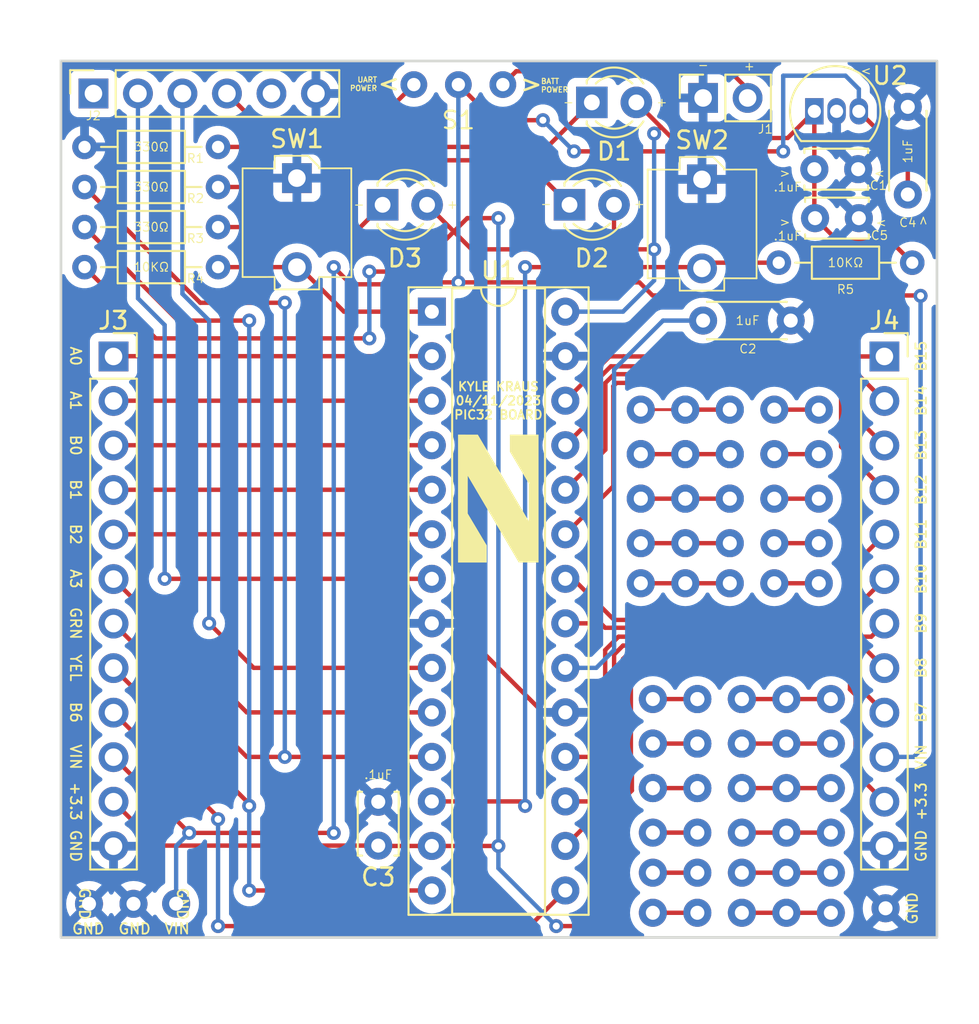
<source format=kicad_pcb>
(kicad_pcb (version 20221018) (generator pcbnew)
  (layers (0 "F.Cu" signal) (31 "B.Cu" signal) (34 "B.Paste" user) (35 "F.Paste" user) (36 "B.SilkS" user "B.Silkscreen") (37 "F.SilkS" user "F.Silkscreen") (38 "B.Mask" user) (39 "F.Mask" user) (44 "Edge.Cuts" user))
  (net 0 "")
  (net 1 "+3.3V")
  (net 2 "GND")
  (net 3 "Net-(U1-VCAP)")
  (net 4 "Net-(D1-K)")
  (net 5 "Net-(D2-K)")
  (net 6 "Net-(D3-K)")
  (net 7 "Net-(J1-Pin_2)")
  (net 9 "/U1TX")
  (net 10 "/U1RX")
  (net 11 "+5V")
  (net 13 "/A0")
  (net 14 "/A1")
  (net 15 "/B0")
  (net 16 "/B1")
  (net 17 "/B2")
  (net 18 "/A3")
  (net 19 "/GREEN")
  (net 20 "/YELLOW")
  (net 21 "/B6")
  (net 22 "/VIN")
  (net 23 "/B9")
  (net 24 "/B8")
  (net 25 "/B7")
  (net 26 "/MCLR")
  (net 27 "/USER")
  (net 28 "/B10")
  (net 29 "/B11")
  (net 30 "/B12")
  (net 31 "/B13")
  (net 32 "/B14")
  (net 33 "/B15")
  (footprint "" (layer "F.Cu") (at 135.636 122.428)
    (fp_text reference "")
    (fp_text value "")
  )
  (footprint "LOGO" (layer "F.Cu") (at 124.968 124.968)
    (fp_text reference "G***" hide)
    (fp_text value "LOGO" hide)
  )
  (footprint "Connector_PinSocket_2.54mm:PinSocket_1x06_P2.54mm_Vertical" (layer "F.Cu") (at 101.854 101.854 90)
    (fp_text reference "J2")
    (fp_text value "CP2102")
  )
  (footprint "Resistor_THT:R_Axial_DIN0204_L3.6mm_D1.6mm_P7.62mm_Horizontal" (layer "F.Cu") (at 108.966 109.474 180)
    (fp_text reference "R3")
    (fp_text value "330")
  )
  (footprint "" (layer "F.Cu") (at 143.944675 141.480189)
    (fp_text reference "")
    (fp_text value "")
  )
  (footprint "" (layer "F.Cu") (at 143.944675 146.306189)
    (fp_text reference "")
    (fp_text value "")
  )
  (footprint "" (layer "F.Cu") (at 143.944675 148.592189)
    (fp_text reference "")
    (fp_text value "")
  )
  (footprint "Resistor_THT:R_Axial_DIN0204_L3.6mm_D1.6mm_P7.62mm_Horizontal" (layer "F.Cu") (at 108.966 104.902 180)
    (fp_text reference "R1")
    (fp_text value "330")
  )
  (footprint "" (layer "F.Cu") (at 133.784675 144.020189)
    (fp_text reference "")
    (fp_text value "")
  )
  (footprint "" (layer "F.Cu") (at 104.14 148.082)
    (fp_text reference "")
    (fp_text value "")
  )
  (footprint "Capacitor_THT:C_Disc_D3.4mm_W2.1mm_P2.50mm" (layer "F.Cu") (at 143.042 108.966)
    (fp_text reference "C5")
    (fp_text value "0.1uF")
  )
  (footprint "" (layer "F.Cu") (at 135.636 129.794)
    (fp_text reference "")
    (fp_text value "")
  )
  (footprint "" (layer "F.Cu") (at 138.176 124.968)
    (fp_text reference "")
    (fp_text value "")
  )
  (footprint "Resistor_THT:R_Axial_DIN0204_L3.6mm_D1.6mm_P7.62mm_Horizontal" (layer "F.Cu") (at 148.59 111.506 180)
    (fp_text reference "R5")
    (fp_text value "10k")
  )
  (footprint "" (layer "F.Cu") (at 143.944675 136.400189)
    (fp_text reference "")
    (fp_text value "")
  )
  (footprint "" (layer "F.Cu") (at 138.864675 141.480189)
    (fp_text reference "")
    (fp_text value "")
  )
  (footprint "" (layer "F.Cu") (at 143.944675 138.940189)
    (fp_text reference "")
    (fp_text value "")
  )
  (footprint "Capacitor_THT:C_Disc_D4.3mm_W1.9mm_P5.00mm" (layer "F.Cu") (at 136.652 114.808)
    (fp_text reference "C2")
    (fp_text value "1uF")
  )
  (footprint "" (layer "F.Cu") (at 135.636 119.888)
    (fp_text reference "")
    (fp_text value "")
  )
  (footprint "LED_THT:LED_D3.0mm" (layer "F.Cu") (at 129.027 108.204)
    (fp_text reference "D2")
    (fp_text value "GREEN LED")
  )
  (footprint "Capacitor_THT:C_Disc_D3.4mm_W2.1mm_P2.50mm" (layer "F.Cu") (at 118.11 144.76 90)
    (fp_text reference "C3")
    (fp_text value "0.1uF")
  )
  (footprint "" (layer "F.Cu") (at 133.784675 141.480189 90)
    (fp_text reference "")
    (fp_text value "")
  )
  (footprint "" (layer "F.Cu") (at 141.404675 148.592189)
    (fp_text reference "")
    (fp_text value "")
  )
  (footprint "" (layer "F.Cu") (at 133.096 119.888)
    (fp_text reference "")
    (fp_text value "")
  )
  (footprint "" (layer "F.Cu") (at 133.784675 146.306189)
    (fp_text reference "")
    (fp_text value "")
  )
  (footprint "Package_DIP:DIP-28_W7.62mm_Socket" (layer "F.Cu") (at 121.168 114.3)
    (fp_text reference "U1")
    (fp_text value "~")
  )
  (footprint "" (layer "F.Cu") (at 136.324675 136.400189)
    (fp_text reference "")
    (fp_text value "")
  )
  (footprint "" (layer "F.Cu") (at 140.716 119.888)
    (fp_text reference "")
    (fp_text value "")
  )
  (footprint "" (layer "F.Cu") (at 135.636 124.968)
    (fp_text reference "")
    (fp_text value "")
  )
  (footprint "" (layer "F.Cu") (at 141.404675 146.306189)
    (fp_text reference "")
    (fp_text value "")
  )
  (footprint "" (layer "F.Cu") (at 143.256 122.428)
    (fp_text reference "")
    (fp_text value "")
  )
  (footprint "" (layer "F.Cu") (at 138.176 127.508)
    (fp_text reference "")
    (fp_text value "")
  )
  (footprint "Library:Pushbutton" (layer "F.Cu") (at 113.466463 109.22158)
    (fp_text reference "SW1")
    (fp_text value "~{MCLR}")
  )
  (footprint "" (layer "F.Cu") (at 138.864675 146.306189)
    (fp_text reference "")
    (fp_text value "")
  )
  (footprint "Resistor_THT:R_Axial_DIN0204_L3.6mm_D1.6mm_P7.62mm_Horizontal" (layer "F.Cu") (at 101.346 111.76)
    (fp_text reference "R4")
    (fp_text value "10k")
  )
  (footprint "" (layer "F.Cu") (at 147.066 148.336)
    (fp_text reference "")
    (fp_text value "")
  )
  (footprint "" (layer "F.Cu") (at 138.864675 144.020189)
    (fp_text reference "")
    (fp_text value "")
  )
  (footprint "Capacitor_THT:C_Disc_D4.3mm_W1.9mm_P5.00mm" (layer "F.Cu") (at 148.336 107.616 90)
    (fp_text reference "C4")
    (fp_text value "1uF")
  )
  (footprint "" (layer "F.Cu") (at 106.573865 148.071104)
    (fp_text reference "")
    (fp_text value "")
  )
  (footprint "" (layer "F.Cu") (at 135.636 127.508)
    (fp_text reference "")
    (fp_text value "")
  )
  (footprint "Connector_PinSocket_2.54mm:PinSocket_1x02_P2.54mm_Vertical" (layer "F.Cu") (at 136.652 102.108 90)
    (fp_text reference "J1")
    (fp_text value "BATTERY")
  )
  (footprint "" (layer "F.Cu") (at 138.864675 148.592189)
    (fp_text reference "")
    (fp_text value "")
  )
  (footprint "" (layer "F.Cu") (at 133.096 127.508)
    (fp_text reference "")
    (fp_text value "")
  )
  (footprint "Capacitor_THT:C_Disc_D3.4mm_W2.1mm_P2.50mm" (layer "F.Cu") (at 143.002 106.172)
    (fp_text reference "C1")
    (fp_text value "0.1uF")
  )
  (footprint "LED_THT:LED_D3.0mm" (layer "F.Cu") (at 118.359 108.204)
    (fp_text reference "D3")
    (fp_text value "YELLOW LED")
  )
  (footprint "" (layer "F.Cu") (at 136.324675 144.020189)
    (fp_text reference "")
    (fp_text value "")
  )
  (footprint "" (layer "F.Cu") (at 141.404675 136.400189)
    (fp_text reference "")
    (fp_text value "")
  )
  (footprint "Package_TO_SOT_THT:TO-92L_Inline" (layer "F.Cu") (at 143.002 102.87)
    (fp_text reference "U2")
    (fp_text value "AP7384-33V")
  )
  (footprint "" (layer "F.Cu") (at 143.256 129.794)
    (fp_text reference "")
    (fp_text value "")
  )
  (footprint "" (layer "F.Cu") (at 141.404675 141.480189)
    (fp_text reference "")
    (fp_text value "")
  )
  (footprint "" (layer "F.Cu") (at 141.404675 144.020189)
    (fp_text reference "")
    (fp_text value "")
  )
  (footprint "" (layer "F.Cu") (at 143.256 124.968)
    (fp_text reference "")
    (fp_text value "")
  )
  (footprint "" (layer "F.Cu") (at 138.864675 136.400189)
    (fp_text reference "")
    (fp_text value "")
  )
  (footprint "" (layer "F.Cu") (at 133.096 129.794)
    (fp_text reference "")
    (fp_text value "")
  )
  (footprint "" (layer "F.Cu") (at 143.256 127.508)
    (fp_text reference "")
    (fp_text value "")
  )
  (footprint "Connector_PinSocket_2.54mm:PinSocket_1x12_P2.54mm_Vertical" (layer "F.Cu") (at 147 116.855)
    (fp_text reference "J4")
    (fp_text value "RIGHT")
  )
  (footprint "" (layer "F.Cu") (at 143.256 119.888)
    (fp_text reference "")
    (fp_text value "")
  )
  (footprint "" (layer "F.Cu") (at 138.176 122.428)
    (fp_text reference "")
    (fp_text value "")
  )
  (footprint "" (layer "F.Cu") (at 138.864675 138.940189)
    (fp_text reference "")
    (fp_text value "")
  )
  (footprint "Resistor_THT:R_Axial_DIN0204_L3.6mm_D1.6mm_P7.62mm_Horizontal" (layer "F.Cu") (at 108.966 107.188 180)
    (fp_text reference "R2")
    (fp_text value "330")
  )
  (footprint "Library:slidesw" (layer "F.Cu") (at 122.682 101.346)
    (fp_text reference "S1")
    (fp_text value "SW_slide")
  )
  (footprint "" (layer "F.Cu") (at 136.324675 141.480189)
    (fp_text reference "")
    (fp_text value "")
  )
  (footprint "" (layer "F.Cu") (at 141.404675 138.940189)
    (fp_text reference "")
    (fp_text value "")
  )
  (footprint "" (layer "F.Cu") (at 136.324675 138.940189)
    (fp_text reference "")
    (fp_text value "")
  )
  (footprint "LED_THT:LED_D3.0mm" (layer "F.Cu") (at 130.302 102.362)
    (fp_text reference "D1")
    (fp_text value "RED LED")
  )
  (footprint "" (layer "F.Cu") (at 133.096 122.428 90)
    (fp_text reference "")
    (fp_text value "")
  )
  (footprint "" (layer "F.Cu") (at 143.944675 144.020189)
    (fp_text reference "")
    (fp_text value "")
  )
  (footprint "" (layer "F.Cu") (at 140.716 127.508)
    (fp_text reference "")
    (fp_text value "")
  )
  (footprint "Library:Pushbutton" (layer "F.Cu") (at 136.588597 109.291585)
    (fp_text reference "SW2")
    (fp_text value "USER")
  )
  (footprint "" (layer "F.Cu") (at 140.716 122.428)
    (fp_text reference "")
    (fp_text value "")
  )
  (footprint "" (layer "F.Cu") (at 133.096 124.968 90)
    (fp_text reference "")
    (fp_text value "")
  )
  (footprint "" (layer "F.Cu") (at 140.716 129.794)
    (fp_text reference "")
    (fp_text value "")
  )
  (footprint "Connector_PinSocket_2.54mm:PinSocket_1x12_P2.54mm_Vertical" (layer "F.Cu") (at 103 116.855)
    (fp_text reference "J3")
    (fp_text value "LEFT")
  )
  (footprint "" (layer "F.Cu") (at 138.176 129.794)
    (fp_text reference "")
    (fp_text value "")
  )
  (footprint "" (layer "F.Cu") (at 101.6 148.082)
    (fp_text reference "")
    (fp_text value "")
  )
  (footprint "" (layer "F.Cu") (at 136.324675 148.592189)
    (fp_text reference "")
    (fp_text value "")
  )
  (footprint "" (layer "F.Cu") (at 133.784675 148.592189)
    (fp_text reference "")
    (fp_text value "")
  )
  (footprint "" (layer "F.Cu") (at 136.324675 146.306189)
    (fp_text reference "")
    (fp_text value "")
  )
  (footprint "" (layer "F.Cu") (at 138.176 119.888)
    (fp_text reference "")
    (fp_text value "")
  )
  (footprint "" (layer "F.Cu") (at 133.784675 138.940189 90)
    (fp_text reference "")
    (fp_text value "")
  )
  (footprint "" (layer "F.Cu") (at 140.716 124.968)
    (fp_text reference "")
    (fp_text value "")
  )
  (footprint "" (layer "F.Cu") (at 133.784675 136.400189)
    (fp_text reference "")
    (fp_text value "")
  )
  (gr_rect locked (start 100 100) (end 150 150) (stroke (width 0.15)) (fill none) (layer "Edge.Cuts"))
  (gr_text "GND" (at 148.59 148.336 90) (layer "F.SilkS") (effects (font (size 0.6 0.6) (thickness 0.1))))
  (gr_text "B2" (at 100.838 127 270) (layer "F.SilkS") (effects (font (size 0.6 0.6) (thickness 0.1))))
  (gr_text "-\n" (at 116.659315 108.473907) (layer "F.SilkS") (effects (font (size 0.5 0.5) (thickness 0.0625)) (justify left bottom)))
  (gr_text "GND" (at 104.204373 149.50894) (layer "F.SilkS") (effects (font (size 0.6 0.6) (thickness 0.1))))
  (gr_text "+3.3" (at 100.838 142.24 270) (layer "F.SilkS") (effects (font (size 0.6 0.6) (thickness 0.1))))
  (gr_text "B10" (at 149.098 129.54 90) (layer "F.SilkS") (effects (font (size 0.6 0.6) (thickness 0.1))))
  (gr_text "330Ω" (at 105.156 109.474) (layer "F.SilkS") (effects (font (size 0.5 0.5) (thickness 0.0625))))
  (gr_text "B6" (at 100.838 137.16 270) (layer "F.SilkS") (effects (font (size 0.6 0.6) (thickness 0.1))))
  (gr_text ".1uF\n" (at 141.478 109.982) (layer "F.SilkS") (effects (font (size 0.5 0.5) (thickness 0.0625))))
  (gr_text "GRN" (at 100.838 132.08 270) (layer "F.SilkS") (effects (font (size 0.6 0.6) (thickness 0.1))))
  (gr_text "KYLE KRAUS\n04/11/2023\nPIC32 BOARD" (at 124.968 119.38) (layer "F.SilkS") (effects (font (size 0.5 0.5) (thickness 0.1) bold)))
  (gr_text "-\n" (at 128.615912 102.63721) (layer "F.SilkS") (effects (font (size 0.5 0.5) (thickness 0.0625)) (justify left bottom)))
  (gr_text "B0" (at 100.838 121.92 270) (layer "F.SilkS") (effects (font (size 0.6 0.6) (thickness 0.1))))
  (gr_text "B14" (at 149.098 119.38 90) (layer "F.SilkS") (effects (font (size 0.6 0.6) (thickness 0.1))))
  (gr_text "B9" (at 149.098 132.08 90) (layer "F.SilkS") (effects (font (size 0.6 0.6) (thickness 0.1))))
  (gr_text "B15" (at 149.098 116.84 90) (layer "F.SilkS") (effects (font (size 0.6 0.6) (thickness 0.1))))
  (gr_text "1uF" (at 148.336 105.156 90) (layer "F.SilkS") (effects (font (size 0.5 0.5) (thickness 0.0625))))
  (gr_text "10KΩ" (at 144.78 111.506) (layer "F.SilkS") (effects (font (size 0.5 0.5) (thickness 0.0625))))
  (gr_text ">" (at 140.97 106.68) (layer "F.SilkS") (effects (font (size 0.5 0.5) (thickness 0.0625)) (justify left bottom)))
  (gr_text ">" (at 126.129839 101.875737) (layer "F.SilkS") (effects (font (size 1 1)) (justify left bottom)))
  (gr_text "330Ω" (at 105.156 107.188) (layer "F.SilkS") (effects (font (size 0.5 0.5) (thickness 0.0625))))
  (gr_text "-\n" (at 136.307284 100.51533) (layer "F.SilkS") (effects (font (size 0.5 0.5) (thickness 0.0625)) (justify left bottom)))
  (gr_text "GND" (at 100.838 144.78 270) (layer "F.SilkS") (effects (font (size 0.6 0.6) (thickness 0.1))))
  (gr_text "B13" (at 149.098 121.92 90) (layer "F.SilkS") (effects (font (size 0.6 0.6) (thickness 0.1))))
  (gr_text "BATT\nPOWER" (at 127.370658 101.812105) (layer "F.SilkS") (effects (font (size 0.3 0.3) (thickness 0.0625)) (justify left bottom)))
  (gr_text "B12" (at 149.098 124.46 90) (layer "F.SilkS") (effects (font (size 0.6 0.6) (thickness 0.1))))
  (gr_text ">" (at 140.97 109.474) (layer "F.SilkS") (effects (font (size 0.5 0.5) (thickness 0.0625)) (justify left bottom)))
  (gr_text "A0" (at 100.838 116.84 270) (layer "F.SilkS") (effects (font (size 0.6 0.6) (thickness 0.1))))
  (gr_text "+3.3\n" (at 149.098 142.24 90) (layer "F.SilkS") (effects (font (size 0.6 0.6) (thickness 0.1))))
  (gr_text "B8" (at 149.098 134.62 90) (layer "F.SilkS") (effects (font (size 0.6 0.6) (thickness 0.1))))
  (gr_text "A1" (at 100.838 119.38 270) (layer "F.SilkS") (effects (font (size 0.6 0.6) (thickness 0.1))))
  (gr_text ".1uF\n" (at 141.478 107.188) (layer "F.SilkS") (effects (font (size 0.5 0.5) (thickness 0.0625))))
  (gr_text "<" (at 117.99176 101.843394) (layer "F.SilkS") (effects (font (size 1 1)) (justify left bottom)))
  (gr_text "VIN\n" (at 106.629134 149.500776) (layer "F.SilkS") (effects (font (size 0.6 0.6) (thickness 0.1))))
  (gr_text "VIN" (at 100.838 139.7 270) (layer "F.SilkS") (effects (font (size 0.6 0.6) (thickness 0.1))))
  (gr_text ">" (at 149.47829 109.455614 90) (layer "F.SilkS") (effects (font (size 0.5 0.5) (thickness 0.0625)) (justify left bottom)))
  (gr_text ">" (at 147.066 106.172 180) (layer "F.SilkS") (effects (font (size 0.5 0.5) (thickness 0.0625)) (justify left bottom)))
  (gr_text "10KΩ" (at 105.156 111.76) (layer "F.SilkS") (effects (font (size 0.5 0.5) (thickness 0.0625))))
  (gr_text ">" (at 147.169213 108.994348 180) (layer "F.SilkS") (effects (font (size 0.5 0.5) (thickness 0.0625)) (justify left bottom)))
  (gr_text "VIN" (at 149.098 139.7 90) (layer "F.SilkS") (effects (font (size 0.6 0.6) (thickness 0.1))))
  (gr_text "+" (at 121.993315 108.473907) (layer "F.SilkS") (effects (font (size 0.5 0.5) (thickness 0.0625)) (justify left bottom)))
  (gr_text "+" (at 133.949912 102.63721) (layer "F.SilkS") (effects (font (size 0.5 0.5) (thickness 0.0625)) (justify left bottom)))
  (gr_text "B11" (at 149.098 127 90) (layer "F.SilkS") (effects (font (size 0.6 0.6) (thickness 0.1))))
  (gr_text "+" (at 138.938 100.584) (layer "F.SilkS") (effects (font (size 0.5 0.5) (thickness 0.0625)) (justify left bottom)))
  (gr_text ">" (at 146.304 100.33 180) (layer "F.SilkS") (effects (font (size 0.5 0.5) (thickness 0.0625)) (justify left bottom)))
  (gr_text "YEL" (at 100.838 134.62 270) (layer "F.SilkS") (effects (font (size 0.6 0.6) (thickness 0.1))))
  (gr_text ".1uF\n" (at 118.11 140.716) (layer "F.SilkS") (effects (font (size 0.5 0.5) (thickness 0.0625))))
  (gr_text "B7" (at 149.098 137.16 90) (layer "F.SilkS") (effects (font (size 0.6 0.6) (thickness 0.1))))
  (gr_text "A3" (at 100.838 129.54 270) (layer "F.SilkS") (effects (font (size 0.6 0.6) (thickness 0.1))))
  (gr_text "+" (at 132.667539 108.442092) (layer "F.SilkS") (effects (font (size 0.5 0.5) (thickness 0.0625)) (justify left bottom)))
  (gr_text "1uF" (at 139.192 114.808) (layer "F.SilkS") (effects (font (size 0.5 0.5) (thickness 0.0625))))
  (gr_text "330Ω" (at 105.156 104.902) (layer "F.SilkS") (effects (font (size 0.5 0.5) (thickness 0.0625))))
  (gr_text "B1" (at 100.838 124.46 270) (layer "F.SilkS") (effects (font (size 0.6 0.6) (thickness 0.1))))
  (gr_text "UART\nPOWER" (at 118.076603 101.726736) (layer "F.SilkS") (effects (font (size 0.3 0.3) (thickness 0.0625)) (justify right bottom)))
  (gr_text "GND" (at 101.559179 149.50894) (layer "F.SilkS") (effects (font (size 0.6 0.6) (thickness 0.1))))
  (gr_text "GND\n" (at 149.098 144.78 90) (layer "F.SilkS") (effects (font (size 0.6 0.6) (thickness 0.1))))
  (gr_text "GND" (at 106.934 148.082 -90) (layer "F.SilkS") (effects (font (size 0.6 0.6) (thickness 0.1))))
  (gr_text "GND" (at 101.346 148.082 -90) (layer "F.SilkS") (effects (font (size 0.6 0.6) (thickness 0.1))))
  (gr_text "-\n" (at 127.333539 108.442092) (layer "F.SilkS") (effects (font (size 0.5 0.5) (thickness 0.0625)) (justify left bottom)))
  (segment (start 140.716 119.888) (end 143.256 119.888) (width 0.25) (layer "F.Cu") (net 0))
  (segment (start 133.096 127.508) (end 135.636 127.508) (width 0.25) (layer "F.Cu") (net 0))
  (segment (start 143.256 122.428) (end 140.716 122.428) (width 0.25) (layer "F.Cu") (net 0))
  (segment (start 141.404675 148.592189) (end 143.944675 148.592189) (width 0.25) (layer "F.Cu") (net 0))
  (segment (start 143.256 127.508) (end 140.716 127.508) (width 0.25) (layer "F.Cu") (net 0))
  (segment (start 138.864675 138.940189) (end 141.404675 138.940189) (width 0.25) (layer "F.Cu") (net 0))
  (segment (start 135.636 127.508) (end 138.176 127.508) (width 0.25) (layer "F.Cu") (net 0))
  (segment (start 143.944675 146.306189) (end 141.404675 146.306189) (width 0.25) (layer "F.Cu") (net 0))
  (segment (start 133.784675 141.480189) (end 136.324675 141.480189) (width 0.25) (layer "F.Cu") (net 0))
  (segment (start 140.716 124.968) (end 143.256 124.968) (width 0.25) (layer "F.Cu") (net 0))
  (segment (start 136.324675 148.592189) (end 133.784675 148.592189) (width 0.25) (layer "F.Cu") (net 0))
  (segment (start 141.404675 138.940189) (end 143.944675 138.940189) (width 0.25) (layer "F.Cu") (net 0))
  (segment (start 136.324675 144.020189) (end 133.784675 144.020189) (width 0.25) (layer "F.Cu") (net 0))
  (segment (start 133.096 124.968) (end 135.636 124.968) (width 0.25) (layer "F.Cu") (net 0))
  (segment (start 141.404675 141.480189) (end 138.864675 141.480189) (width 0.25) (layer "F.Cu") (net 0))
  (segment (start 135.636 122.428) (end 138.176 122.428) (width 0.25) (layer "F.Cu") (net 0))
  (segment (start 138.864675 144.020189) (end 141.404675 144.020189) (width 0.25) (layer "F.Cu") (net 0))
  (segment (start 133.096 119.888) (end 135.636 119.888) (width 0.16) (layer "F.Cu") (net 0))
  (segment (start 138.176 119.888) (end 135.636 119.888) (width 0.25) (layer "F.Cu") (net 0))
  (segment (start 136.324675 138.940189) (end 133.784675 138.940189) (width 0.25) (layer "F.Cu") (net 0))
  (segment (start 133.784675 136.400189) (end 136.324675 136.400189) (width 0.25) (layer "F.Cu") (net 0))
  (segment (start 138.864675 136.400189) (end 141.404675 136.400189) (width 0.25) (layer "F.Cu") (net 0))
  (segment (start 143.944675 141.480189) (end 141.404675 141.480189) (width 0.25) (layer "F.Cu") (net 0))
  (segment (start 133.096 122.428) (end 135.636 122.428) (width 0.25) (layer "F.Cu") (net 0))
  (segment (start 133.096 129.794) (end 135.636 129.794) (width 0.25) (layer "F.Cu") (net 0))
  (segment (start 138.864675 148.592189) (end 141.404675 148.592189) (width 0.25) (layer "F.Cu") (net 0))
  (segment (start 140.716 129.794) (end 143.256 129.794) (width 0.25) (layer "F.Cu") (net 0))
  (segment (start 141.404675 146.306189) (end 138.864675 146.306189) (width 0.25) (layer "F.Cu") (net 0))
  (segment (start 138.176 129.794) (end 135.636 129.794) (width 0.25) (layer "F.Cu") (net 0))
  (segment (start 141.404675 144.020189) (end 143.944675 144.020189) (width 0.25) (layer "F.Cu") (net 0))
  (segment (start 133.784675 146.306189) (end 136.324675 146.306189) (width 0.25) (layer "F.Cu") (net 0))
  (segment (start 143.944675 136.400189) (end 141.404675 136.400189) (width 0.25) (layer "F.Cu") (net 0))
  (segment (start 138.176 124.968) (end 135.636 124.968) (width 0.25) (layer "F.Cu") (net 0))
  (segment (start 143.002 106.172) (end 143.002 108.926) (width 0.25) (layer "F.Cu") (net 1))
  (segment (start 143.042 108.966) (end 144.312 110.236) (width 0.25) (layer "F.Cu") (net 1))
  (segment (start 132.53 140.404) (end 132.53 134.424) (width 0.25) (layer "F.Cu") (net 1))
  (segment (start 130.81 148.844) (end 130.81 143.394396) (width 0.25) (layer "F.Cu") (net 1))
  (segment (start 134.874 104.394) (end 134.239 103.759) (width 0.25) (layer "F.Cu") (net 1))
  (segment (start 123.439 110.744) (end 122.4255 109.7305) (width 0.25) (layer "F.Cu") (net 1))
  (segment (start 105.525 144.78) (end 105.545 144.76) (width 0.25) (layer "F.Cu") (net 1))
  (segment (start 117.602 112.014) (end 120.142 112.014) (width 0.25) (layer "F.Cu") (net 1))
  (segment (start 131.572 110.744) (end 123.439 110.744) (width 0.25) (layer "F.Cu") (net 1))
  (segment (start 144.722 134.308) (end 145.034 134.62) (width 0.25) (layer "F.Cu") (net 1))
  (segment (start 124.968 108.966) (end 123.19 108.966) (width 0.25) (layer "F.Cu") (net 1))
  (segment (start 121.168 144.78) (end 118.379 144.78) (width 0.25) (layer "F.Cu") (net 1))
  (segment (start 131.572 110.744) (end 131.567 110.739) (width 0.25) (layer "F.Cu") (net 1))
  (segment (start 143.002 102.87) (end 141.478 104.394) (width 0.25) (layer "F.Cu") (net 1))
  (segment (start 132.53 134.424) (end 132.646 134.308) (width 0.25) (layer "F.Cu") (net 1))
  (segment (start 128.27 149.352) (end 130.302 149.352) (width 0.25) (layer "F.Cu") (net 1))
  (segment (start 132.588 140.462) (end 132.53 140.404) (width 0.25) (layer "F.Cu") (net 1))
  (segment (start 134.239 103.759) (end 132.842 102.362) (width 0.25) (layer "F.Cu") (net 1))
  (segment (start 118.379 144.78) (end 118.364 144.795) (width 0.25) (layer "F.Cu") (net 1))
  (segment (start 105.545 144.76) (end 118.11 144.76) (width 0.25) (layer "F.Cu") (net 1))
  (segment (start 131.567 110.739) (end 131.567 108.204) (width 0.25) (layer "F.Cu") (net 1))
  (segment (start 144.312 110.236) (end 147.32 110.236) (width 0.25) (layer "F.Cu") (net 1))
  (segment (start 130.81 143.394396) (end 132.588 141.616396) (width 0.25) (layer "F.Cu") (net 1))
  (segment (start 101.346 111.76) (end 105.41 115.824) (width 0.25) (layer "F.Cu") (net 1))
  (segment (start 105.41 115.824) (end 117.602 115.824) (width 0.25) (layer "F.Cu") (net 1))
  (segment (start 145.034 135.845396) (end 145.355604 136.167) (width 0.25) (layer "F.Cu") (net 1))
  (segment (start 132.588 141.616396) (end 132.588 140.462) (width 0.25) (layer "F.Cu") (net 1))
  (segment (start 143.002 102.87) (end 143.002 106.172) (width 0.25) (layer "F.Cu") (net 1))
  (segment (start 132.646 134.308) (end 144.722 134.308) (width 0.25) (layer "F.Cu") (net 1))
  (segment (start 145.355604 140.610604) (end 147 142.255) (width 0.25) (layer "F.Cu") (net 1))
  (segment (start 145.355604 136.167) (end 145.355604 140.610604) (width 0.25) (layer "F.Cu") (net 1))
  (segment (start 123.19 108.966) (end 122.4255 109.7305) (width 0.25) (layer "F.Cu") (net 1))
  (segment (start 147.32 110.236) (end 148.59 111.506) (width 0.25) (layer "F.Cu") (net 1))
  (segment (start 121.168 144.78) (end 124.968 144.78) (width 0.25) (layer "F.Cu") (net 1))
  (segment (start 141.478 104.394) (end 134.874 104.394) (width 0.25) (layer "F.Cu") (net 1))
  (segment (start 120.142 112.014) (end 122.4255 109.7305) (width 0.25) (layer "F.Cu") (net 1))
  (segment (start 122.4255 109.7305) (end 120.899 108.204) (width 0.25) (layer "F.Cu") (net 1))
  (segment (start 134.239 103.759) (end 133.858 104.14) (width 0.25) (layer "F.Cu") (net 1))
  (segment (start 133.858 110.744) (end 131.572 110.744) (width 0.25) (layer "F.Cu") (net 1))
  (segment (start 143.002 108.926) (end 143.042 108.966) (width 0.25) (layer "F.Cu") (net 1))
  (segment (start 145.034 134.62) (end 145.034 135.845396) (width 0.25) (layer "F.Cu") (net 1))
  (segment (start 103 142.255) (end 105.525 144.78) (width 0.25) (layer "F.Cu") (net 1))
  (segment (start 130.302 149.352) (end 130.81 148.844) (width 0.25) (layer "F.Cu") (net 1))
  (via (at 117.602 112.014) (size 0.8) (drill 0.4) (layers "F.Cu" "B.Cu") (net 1))
  (via (at 133.858 104.14) (size 0.8) (drill 0.4) (layers "F.Cu" "B.Cu") (net 1))
  (via (at 133.858 110.744) (size 0.8) (drill 0.4) (layers "F.Cu" "B.Cu") (net 1))
  (via (at 128.27 149.352) (size 0.8) (drill 0.4) (layers "F.Cu" "B.Cu") (net 1))
  (via (at 124.968 108.966) (size 0.8) (drill 0.4) (layers "F.Cu" "B.Cu") (net 1))
  (via (at 117.602 115.824) (size 0.8) (drill 0.4) (layers "F.Cu" "B.Cu") (net 1))
  (via (at 124.968 144.78) (size 0.8) (drill 0.4) (layers "F.Cu" "B.Cu") (net 1))
  (segment (start 133.858 104.14) (end 133.858 110.744) (width 0.25) (layer "B.Cu") (net 1))
  (segment (start 124.968 144.78) (end 124.968 109.474) (width 0.25) (layer "B.Cu") (net 1))
  (segment (start 124.968 146.05) (end 128.27 149.352) (width 0.25) (layer "B.Cu") (net 1))
  (segment (start 117.602 115.824) (end 117.602 112.014) (width 0.25) (layer "B.Cu") (net 1))
  (segment (start 124.968 109.474) (end 124.968 108.966) (width 0.25) (layer "B.Cu") (net 1))
  (segment (start 132.08 114.3) (end 128.788 114.3) (width 0.25) (layer "B.Cu") (net 1))
  (segment (start 133.858 110.744) (end 133.858 112.522) (width 0.25) (layer "B.Cu") (net 1))
  (segment (start 124.968 144.78) (end 124.968 146.05) (width 0.25) (layer "B.Cu") (net 1))
  (segment (start 133.858 112.522) (end 132.08 114.3) (width 0.25) (layer "B.Cu") (net 1))
  (segment (start 122.428 132.08) (end 121.168 132.08) (width 0.25) (layer "F.Cu") (net 2))
  (segment (start 127.508 137.16) (end 122.428 132.08) (width 0.25) (layer "F.Cu") (net 2))
  (segment (start 128.788 137.16) (end 127.508 137.16) (width 0.25) (layer "F.Cu") (net 2))
  (segment (start 144.272 102.87) (end 144.272 104.942) (width 0.25) (layer "B.Cu") (net 2))
  (segment (start 144.272 104.942) (end 145.502 106.172) (width 0.25) (layer "B.Cu") (net 2))
  (segment (start 128.788 134.62) (end 130.556 134.62) (width 0.25) (layer "B.Cu") (net 3))
  (segment (start 131.572 133.604) (end 131.572 117.602) (width 0.25) (layer "B.Cu") (net 3))
  (segment (start 134.366 114.808) (end 136.652 114.808) (width 0.25) (layer "B.Cu") (net 3))
  (segment (start 130.556 134.62) (end 131.572 133.604) (width 0.25) (layer "B.Cu") (net 3))
  (segment (start 131.572 117.602) (end 134.366 114.808) (width 0.25) (layer "B.Cu") (net 3))
  (segment (start 130.302 102.362) (end 127.762 104.902) (width 0.25) (layer "F.Cu") (net 4))
  (segment (start 127.762 104.902) (end 108.966 104.902) (width 0.25) (layer "F.Cu") (net 4))
  (segment (start 116.078 107.95) (end 116.078 106.934) (width 0.25) (layer "F.Cu") (net 5))
  (segment (start 116.078 106.934) (end 117.348 105.664) (width 0.25) (layer "F.Cu") (net 5))
  (segment (start 108.966 107.188) (end 110.236 107.188) (width 0.25) (layer "F.Cu") (net 5))
  (segment (start 126.487 105.664) (end 129.027 108.204) (width 0.25) (layer "F.Cu") (net 5))
  (segment (start 115.316 108.712) (end 116.078 107.95) (width 0.25) (layer "F.Cu") (net 5))
  (segment (start 117.348 105.664) (end 126.487 105.664) (width 0.25) (layer "F.Cu") (net 5))
  (segment (start 111.76 108.712) (end 115.316 108.712) (width 0.25) (layer "F.Cu") (net 5))
  (segment (start 110.236 107.188) (end 111.76 108.712) (width 0.25) (layer "F.Cu") (net 5))
  (segment (start 118.359 108.204) (end 118.359 108.209) (width 0.25) (layer "F.Cu") (net 6))
  (segment (start 118.359 108.209) (end 117.094 109.474) (width 0.25) (layer "F.Cu") (net 6))
  (segment (start 117.094 109.474) (end 108.966 109.474) (width 0.25) (layer "F.Cu") (net 6))
  (segment (start 135.038 100.584) (end 125.983999 100.584001) (width 0.25) (layer "F.Cu") (net 7))
  (segment (start 138.176 100.584) (end 138.938 101.346) (width 0.25) (layer "F.Cu") (net 7))
  (segment (start 125.983999 100.584001) (end 125.222 101.346) (width 0.25) (layer "F.Cu") (net 7))
  (segment (start 135.038 100.584) (end 138.176 100.584) (width 0.25) (layer "F.Cu") (net 7))
  (segment (start 121.168 129.54) (end 105.918 129.54) (width 0.25) (layer "F.Cu") (net 9))
  (via (at 105.918 129.54) (size 0.8) (drill 0.4) (layers "F.Cu" "B.Cu") (net 9))
  (segment (start 105.918 115.062) (end 105.918 129.54) (width 0.25) (layer "B.Cu") (net 9))
  (segment (start 104.394 113.538) (end 105.918 115.062) (width 0.25) (layer "B.Cu") (net 9))
  (segment (start 104.394 101.854) (end 104.394 113.538) (width 0.25) (layer "B.Cu") (net 9))
  (segment (start 121.168 134.62) (end 110.998 134.62) (width 0.25) (layer "F.Cu") (net 10))
  (segment (start 110.998 134.62) (end 108.458 132.08) (width 0.25) (layer "F.Cu") (net 10))
  (via (at 108.458 132.08) (size 0.8) (drill 0.4) (layers "F.Cu" "B.Cu") (net 10))
  (segment (start 108.458 114.808) (end 106.934 113.284) (width 0.25) (layer "B.Cu") (net 10))
  (segment (start 106.934 113.284) (end 106.934 101.854) (width 0.25) (layer "B.Cu") (net 10))
  (segment (start 108.458 132.08) (end 108.458 114.808) (width 0.25) (layer "B.Cu") (net 10))
  (segment (start 117.602 103.886) (end 120.142 101.346) (width 0.25) (layer "F.Cu") (net 11))
  (segment (start 109.474 101.854) (end 111.506 103.886) (width 0.25) (layer "F.Cu") (net 11))
  (segment (start 111.506 103.886) (end 117.602 103.886) (width 0.25) (layer "F.Cu") (net 11))
  (segment (start 121.168 116.84) (end 103.015 116.84) (width 0.25) (layer "F.Cu") (net 13))
  (segment (start 103.015 116.84) (end 103 116.855) (width 0.25) (layer "F.Cu") (net 13))
  (segment (start 103.015 119.38) (end 103 119.395) (width 0.25) (layer "F.Cu") (net 14))
  (segment (start 121.168 119.38) (end 103.015 119.38) (width 0.25) (layer "F.Cu") (net 14))
  (segment (start 103.015 121.92) (end 103 121.935) (width 0.25) (layer "F.Cu") (net 15))
  (segment (start 121.168 121.92) (end 103.015 121.92) (width 0.25) (layer "F.Cu") (net 15))
  (segment (start 103.015 124.46) (end 103 124.475) (width 0.25) (layer "F.Cu") (net 16))
  (segment (start 121.168 124.46) (end 103.015 124.46) (width 0.25) (layer "F.Cu") (net 16))
  (segment (start 121.168 127) (end 103.015 127) (width 0.25) (layer "F.Cu") (net 17))
  (segment (start 103.015 127) (end 103 127.015) (width 0.25) (layer "F.Cu") (net 17))
  (segment (start 121.168 137.16) (end 110.605 137.16) (width 0.25) (layer "F.Cu") (net 18))
  (segment (start 110.605 137.16) (end 103 129.555) (width 0.25) (layer "F.Cu") (net 18))
  (segment (start 110.605 139.7) (end 103 132.095) (width 0.25) (layer "F.Cu") (net 19))
  (segment (start 121.168 139.7) (end 112.776 139.7) (width 0.25) (layer "F.Cu") (net 19))
  (segment (start 107.95 113.792) (end 112.776 113.792) (width 0.25) (layer "F.Cu") (net 19))
  (segment (start 112.776 139.7) (end 110.605 139.7) (width 0.25) (layer "F.Cu") (net 19))
  (segment (start 101.346 107.188) (end 107.95 113.792) (width 0.25) (layer "F.Cu") (net 19))
  (via (at 112.776 113.792) (size 0.8) (drill 0.4) (layers "F.Cu" "B.Cu") (net 19))
  (via (at 112.776 139.7) (size 0.8) (drill 0.4) (layers "F.Cu" "B.Cu") (net 19))
  (segment (start 112.776 139.7) (end 112.776 113.792) (width 0.25) (layer "B.Cu") (net 19))
  (segment (start 101.346 109.474) (end 106.68 114.808) (width 0.25) (layer "F.Cu") (net 20))
  (segment (start 121.168 147.32) (end 110.744 147.32) (width 0.25) (layer "F.Cu") (net 20))
  (segment (start 106.68 114.808) (end 110.744 114.808) (width 0.25) (layer "F.Cu") (net 20))
  (segment (start 110.744 142.379) (end 103 134.635) (width 0.25) (layer "F.Cu") (net 20))
  (segment (start 110.744 142.494) (end 110.744 142.379) (width 0.25) (layer "F.Cu") (net 20))
  (via (at 110.744 142.494) (size 0.8) (drill 0.4) (layers "F.Cu" "B.Cu") (net 20))
  (via (at 110.744 114.808) (size 0.8) (drill 0.4) (layers "F.Cu" "B.Cu") (net 20))
  (via (at 110.744 147.32) (size 0.8) (drill 0.4) (layers "F.Cu" "B.Cu") (net 20))
  (segment (start 110.744 114.808) (end 110.744 142.494) (width 0.25) (layer "B.Cu") (net 20))
  (segment (start 110.744 147.32) (end 110.744 142.494) (width 0.25) (layer "B.Cu") (net 20))
  (segment (start 108.966 143.256) (end 108.966 143.141) (width 0.25) (layer "F.Cu") (net 21))
  (segment (start 108.966 143.141) (end 103 137.175) (width 0.25) (layer "F.Cu") (net 21))
  (segment (start 128.788 147.32) (end 126.756 149.352) (width 0.25) (layer "F.Cu") (net 21))
  (segment (start 126.756 149.352) (end 108.966 149.352) (width 0.25) (layer "F.Cu") (net 21))
  (via (at 108.966 149.352) (size 0.8) (drill 0.4) (layers "F.Cu" "B.Cu") (net 21))
  (via (at 108.966 143.256) (size 0.8) (drill 0.4) (layers "F.Cu" "B.Cu") (net 21))
  (segment (start 108.966 149.352) (end 108.966 143.256) (width 0.25) (layer "B.Cu") (net 21))
  (segment (start 145.542 102.87) (end 148.336 105.664) (width 0.25) (layer "F.Cu") (net 22))
  (segment (start 122.684835 112.628302) (end 118.897853 112.628302) (width 0.25) (layer "F.Cu") (net 22))
  (segment (start 118.787155 112.739) (end 116.549 112.739) (width 0.25) (layer "F.Cu") (net 22))
  (segment (start 118.897853 112.628302) (end 118.787155 112.739) (width 0.25) (layer "F.Cu") (net 22))
  (segment (start 149.044284 113.375557) (end 149.064796 113.396069) (width 0.25) (layer "F.Cu") (net 22))
  (segment (start 133.018336 112.628302) (end 133.765591 113.375557) (width 0.25) (layer "F.Cu") (net 22))
  (segment (start 148.336 105.664) (end 148.336 107.616) (width 0.25) (layer "F.Cu") (net 22))
  (segment (start 133.765591 113.375557) (end 149.044284 113.375557) (width 0.25) (layer "F.Cu") (net 22))
  (segment (start 122.684835 112.628302) (end 133.018336 112.628302) (width 0.25) (layer "F.Cu") (net 22))
  (segment (start 124.714 103.378) (end 127.508 103.378) (width 0.25) (layer "F.Cu") (net 22))
  (segment (start 116.549 112.739) (end 115.57 111.76) (width 0.25) (layer "F.Cu") (net 22))
  (segment (start 122.682 101.346) (end 124.714 103.378) (width 0.25) (layer "F.Cu") (net 22))
  (segment (start 115.569999 144.0355) (end 107.3205 144.0355) (width 0.25) (layer "F.Cu") (net 22))
  (segment (start 107.3205 144.0355) (end 103 139.715) (width 0.25) (layer "F.Cu") (net 22))
  (segment (start 129.286 105.156) (end 141.224 105.156) (width 0.25) (layer "F.Cu") (net 22))
  (via (at 122.684835 112.628302) (size 0.8) (drill 0.4) (layers "F.Cu" "B.Cu") (net 22))
  (via (at 115.569999 144.0355) (size 0.8) (drill 0.4) (layers "F.Cu" "B.Cu") (net 22))
  (via (at 107.3205 144.0355) (size 0.8) (drill 0.4) (layers "F.Cu" "B.Cu") (net 22))
  (via (at 129.286 105.156) (size 0.8) (drill 0.4) (layers "F.Cu" "B.Cu") (net 22))
  (via (at 141.224 105.156) (size 0.8) (drill 0.4) (layers "F.Cu" "B.Cu") (net 22))
  (via (at 149.064796 113.396069) (size 0.8) (drill 0.4) (layers "F.Cu" "B.Cu") (net 22))
  (via (at 127.508 103.378) (size 0.8) (drill 0.4) (layers "F.Cu" "B.Cu") (net 22))
  (via (at 115.57 111.76) (size 0.8) (drill 0.4) (layers "F.Cu" "B.Cu") (net 22))
  (segment (start 122.682 112.625467) (end 122.684835 112.628302) (width 0.25) (layer "B.Cu") (net 22))
  (segment (start 145.542 101.6) (end 145.542 102.87) (width 0.25) (layer "B.Cu") (net 22))
  (segment (start 148.676701 139.7) (end 147.015 139.7) (width 0.25) (layer "B.Cu") (net 22))
  (segment (start 106.573865 148.071104) (end 106.573865 144.782135) (width 0.25) (layer "B.Cu") (net 22))
  (segment (start 106.573865 144.782135) (end 107.3205 144.0355) (width 0.25) (layer "B.Cu") (net 22))
  (segment (start 141.224 105.156) (end 141.224 100.838) (width 0.25) (layer "B.Cu") (net 22))
  (segment (start 115.57 144.035499) (end 115.569999 144.0355) (width 0.25) (layer "B.Cu") (net 22))
  (segment (start 147.015 139.7) (end 147 139.715) (width 0.25) (layer "B.Cu") (net 22))
  (segment (start 115.57 111.76) (end 115.57 144.035499) (width 0.25) (layer "B.Cu") (net 22))
  (segment (start 122.682 101.346) (end 122.682 112.625467) (width 0.25) (layer "B.Cu") (net 22))
  (segment (start 127.508 103.378) (end 129.286 105.156) (width 0.25) (layer "B.Cu") (net 22))
  (segment (start 149.064796 139.311905) (end 148.676701 139.7) (width 0.25) (layer "B.Cu") (net 22))
  (segment (start 149.064796 113.396069) (end 149.064796 139.311905) (width 0.25) (layer "B.Cu") (net 22))
  (segment (start 144.78 100.838) (end 145.542 101.6) (width 0.25) (layer "B.Cu") (net 22))
  (segment (start 141.224 100.838) (end 144.78 100.838) (width 0.25) (layer "B.Cu") (net 22))
  (segment (start 131.064 133.604) (end 131.826 132.842) (width 0.25) (layer "F.Cu") (net 23))
  (segment (start 130.556 139.7) (end 131.064 139.192) (width 0.25) (layer "F.Cu") (net 23))
  (segment (start 128.788 139.7) (end 130.556 139.7) (width 0.25) (layer "F.Cu") (net 23))
  (segment (start 131.064 139.192) (end 131.064 133.604) (width 0.25) (layer "F.Cu") (net 23))
  (segment (start 146.253 132.842) (end 147 132.095) (width 0.25) (layer "F.Cu") (net 23))
  (segment (start 131.826 132.842) (end 146.253 132.842) (width 0.25) (layer "F.Cu") (net 23))
  (segment (start 131.572 141.224) (end 130.556 142.24) (width 0.25) (layer "F.Cu") (net 24))
  (segment (start 145.715 133.35) (end 132.08 133.35) (width 0.25) (layer "F.Cu") (net 24))
  (segment (start 147 134.635) (end 145.715 133.35) (width 0.25) (layer "F.Cu") (net 24))
  (segment (start 131.572 133.858) (end 131.572 141.224) (width 0.25) (layer "F.Cu") (net 24))
  (segment (start 130.556 142.24) (end 128.788 142.24) (width 0.25) (layer "F.Cu") (net 24))
  (segment (start 132.08 133.35) (end 131.572 133.858) (width 0.25) (layer "F.Cu") (net 24))
  (segment (start 132.08 134.112) (end 132.334 133.858) (width 0.25) (layer "F.Cu") (net 25))
  (segment (start 132.334 133.858) (end 145.034 133.858) (width 0.25) (layer "F.Cu") (net 25))
  (segment (start 132.08 141.488) (end 132.08 134.112) (width 0.25) (layer "F.Cu") (net 25))
  (segment (start 128.788 144.78) (end 132.08 141.488) (width 0.25) (layer "F.Cu") (net 25))
  (segment (start 145.542 135.717) (end 147 137.175) (width 0.25) (layer "F.Cu") (net 25))
  (segment (start 145.034 133.858) (end 145.542 134.366) (width 0.25) (layer "F.Cu") (net 25))
  (segment (start 145.542 134.366) (end 145.542 135.717) (width 0.25) (layer "F.Cu") (net 25))
  (segment (start 116.154206 114.3) (end 113.614206 111.76) (width 0.25) (layer "F.Cu") (net 26))
  (segment (start 121.168 114.3) (end 116.154206 114.3) (width 0.25) (layer "F.Cu") (net 26))
  (segment (start 113.614206 111.76) (end 108.966 111.76) (width 0.25) (layer "F.Cu") (net 26))
  (segment (start 126.492 111.76) (end 136.398 111.76) (width 0.25) (layer "F.Cu") (net 27))
  (segment (start 126.238 142.24) (end 126.492 142.494) (width 0.25) (layer "F.Cu") (net 27))
  (segment (start 136.652 111.506) (end 136.398 111.76) (width 0.25) (layer "F.Cu") (net 27))
  (segment (start 140.97 111.506) (end 136.652 111.506) (width 0.25) (layer "F.Cu") (net 27))
  (segment (start 121.168 142.24) (end 126.238 142.24) (width 0.25) (layer "F.Cu") (net 27))
  (via (at 126.492 142.494) (size 0.8) (drill 0.4) (layers "F.Cu" "B.Cu") (net 27))
  (via (at 126.492 111.76) (size 0.8) (drill 0.4) (layers "F.Cu" "B.Cu") (net 27))
  (segment (start 126.492 142.494) (end 126.492 111.76) (width 0.25) (layer "B.Cu") (net 27))
  (segment (start 130.81 132.08) (end 128.788 132.08) (width 0.25) (layer "F.Cu") (net 28))
  (segment (start 131.064 132.334) (end 130.81 132.08) (width 0.25) (layer "F.Cu") (net 28))
  (segment (start 137.356 132.334) (end 131.064 132.334) (width 0.25) (layer "F.Cu") (net 28))
  (segment (start 137.414 132.392) (end 137.356 132.334) (width 0.25) (layer "F.Cu") (net 28))
  (segment (start 144.163 132.392) (end 137.414 132.392) (width 0.25) (layer "F.Cu") (net 28))
  (segment (start 147 129.555) (end 144.163 132.392) (width 0.25) (layer "F.Cu") (net 28))
  (segment (start 131.572 131.884) (end 144.034604 131.884) (width 0.25) (layer "F.Cu") (net 29))
  (segment (start 144.944302 129.070698) (end 147 127.015) (width 0.25) (layer "F.Cu") (net 29))
  (segment (start 144.034604 131.884) (end 144.944302 130.974302) (width 0.25) (layer "F.Cu") (net 29))
  (segment (start 129.228 129.54) (end 131.572 131.884) (width 0.25) (layer "F.Cu") (net 29))
  (segment (start 128.788 129.54) (end 129.228 129.54) (width 0.25) (layer "F.Cu") (net 29))
  (segment (start 144.944302 130.974302) (end 144.944302 129.070698) (width 0.25) (layer "F.Cu") (net 29))
  (segment (start 144.272 118.364) (end 144.526 118.618) (width 0.25) (layer "F.Cu") (net 30))
  (segment (start 131.525198 118.55199) (end 131.713188 118.364) (width 0.25) (layer "F.Cu") (net 30))
  (segment (start 144.526 122.001) (end 147 124.475) (width 0.25) (layer "F.Cu") (net 30))
  (segment (start 131.713188 118.364) (end 144.272 118.364) (width 0.25) (layer "F.Cu") (net 30))
  (segment (start 131.525198 124.262802) (end 131.525198 118.55199) (width 0.25) (layer "F.Cu") (net 30))
  (segment (start 144.526 118.618) (end 144.526 122.001) (width 0.25) (layer "F.Cu") (net 30))
  (segment (start 128.788 127) (end 131.525198 124.262802) (width 0.25) (layer "F.Cu") (net 30))
  (segment (start 144.537198 117.867198) (end 145.034 118.364) (width 0.25) (layer "F.Cu") (net 31))
  (segment (start 145.034 119.969) (end 147 121.935) (width 0.25) (layer "F.Cu") (net 31))
  (segment (start 131.075198 118.365594) (end 131.573594 117.867198) (width 0.25) (layer "F.Cu") (net 31))
  (segment (start 131.573594 117.867198) (end 144.537198 117.867198) (width 0.25) (layer "F.Cu") (net 31))
  (segment (start 131.075198 122.172802) (end 131.075198 118.365594) (width 0.25) (layer "F.Cu") (net 31))
  (segment (start 128.788 124.46) (end 131.075198 122.172802) (width 0.25) (layer "F.Cu") (net 31))
  (segment (start 145.034 118.364) (end 145.034 119.969) (width 0.25) (layer "F.Cu") (net 31))
  (segment (start 128.788 121.92) (end 130.625198 120.082802) (width 0.25) (layer "F.Cu") (net 32))
  (segment (start 145.022198 117.417198) (end 147 119.395) (width 0.25) (layer "F.Cu") (net 32))
  (segment (start 131.387198 117.417198) (end 145.022198 117.417198) (width 0.25) (layer "F.Cu") (net 32))
  (segment (start 130.625198 120.082802) (end 130.625198 118.179198) (width 0.25) (layer "F.Cu") (net 32))
  (segment (start 130.625198 118.179198) (end 131.387198 117.417198) (width 0.25) (layer "F.Cu") (net 32))
  (segment (start 131.317362 116.850638) (end 132.1145 116.850638) (width 0.25) (layer "F.Cu") (net 33))
  (segment (start 128.788 119.38) (end 131.317362 116.850638) (width 0.25) (layer "F.Cu") (net 33))
  (segment (start 132.118862 116.855) (end 147 116.855) (width 0.25) (layer "F.Cu") (net 33))
  (segment (start 132.1145 116.850638) (end 132.118862 116.855) (width 0.25) (layer "F.Cu") (net 33))
  (zone (net 2) (net_name "GND") (layer "B.Cu") (connect_pads (clearance 0.5)) (min_thickness 0.25) (fill yes (thermal_gap 0.5) (thermal_bridge_width 0.5))
    (polygon (pts (xy 152.4 96.52) (xy 152.4 154.94) (xy 96.52 154.94) (xy 96.52 96.52)))
  )
)
</source>
